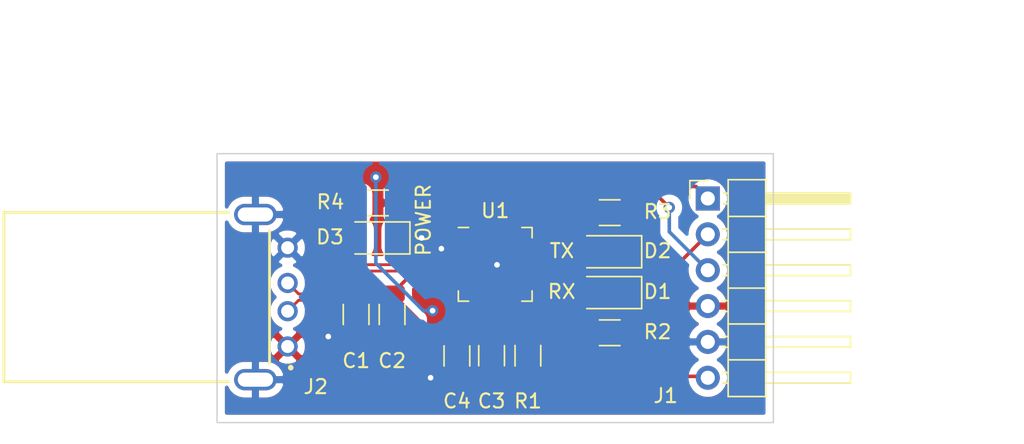
<source format=kicad_pcb>
(kicad_pcb (version 20211014) (generator pcbnew)
  (layers (0 "F.Cu" signal) (31 "B.Cu" signal) (34 "B.Paste" user) (35 "F.Paste" user) (36 "B.SilkS" user "B.Silkscreen") (37 "F.SilkS" user "F.Silkscreen") (38 "B.Mask" user) (39 "F.Mask" user) (44 "Edge.Cuts" user))
  (net 0 "")
  (net 1 "GND")
  (net 2 "/CP2102N-GQFN28/3V3")
  (net 3 "/CP2102N-GQFN28/+5V")
  (net 4 "Net-(D1-Pad1)")
  (net 5 "Net-(D2-Pad1)")
  (net 6 "Net-(D3-Pad2)")
  (net 7 "Net-(R1-Pad2)")
  (net 8 "/CP2102N-GQFN28/RXD")
  (net 9 "/CP2102N-GQFN28/TXD")
  (net 10 "/Alimentacion/D+")
  (net 11 "/Alimentacion/D-")
  (net 12 "/CP2102N-GQFN28/DTR")
  (footprint "Capacitor_SMD:C_1206_3216Metric" (layer "F.Cu") (at 144.46184 116.80278 90)
    (fp_text reference "C1" (at -3.27318 0 180) (layer "F.SilkS"))
    (fp_text value "0.1u")
    (fp_line (start -0.711252 0.91) (end 0.711252 0.91) (layer "F.SilkS") (width 0.12))
    (fp_line (start -0.711252 -0.91) (end 0.711252 -0.91) (layer "F.SilkS") (width 0.12))
    (pad "1" smd roundrect (at -1.475 0 90) (size 1.15 1.8) (layers "F.Cu" "F.Paste" "F.Mask") (roundrect_rratio 0.217391) (net 1 "GND"))
    (pad "2" smd roundrect (at 1.475 0 90) (size 1.15 1.8) (layers "F.Cu" "F.Paste" "F.Mask") (roundrect_rratio 0.217391) (net 2 "/CP2102N-GQFN28/3V3"))
  )
  (footprint "Capacitor_SMD:C_1206_3216Metric" (layer "F.Cu") (at 147.00684 116.80278 -90)
    (fp_text reference "C2" (at 3.27318 0 180) (layer "F.SilkS"))
    (fp_text value "4.7u")
    (fp_line (start -0.711252 0.91) (end 0.711252 0.91) (layer "F.SilkS") (width 0.12))
    (fp_line (start -0.711252 -0.91) (end 0.711252 -0.91) (layer "F.SilkS") (width 0.12))
    (pad "1" smd roundrect (at -1.475 0 270) (size 1.15 1.8) (layers "F.Cu" "F.Paste" "F.Mask") (roundrect_rratio 0.217391) (net 2 "/CP2102N-GQFN28/3V3"))
    (pad "2" smd roundrect (at 1.475 0 270) (size 1.15 1.8) (layers "F.Cu" "F.Paste" "F.Mask") (roundrect_rratio 0.217391) (net 1 "GND"))
  )
  (footprint "Connector_PinHeader_2.54mm:PinHeader_1x06_P2.54mm_Horizontal" (layer "F.Cu") (at 169.35 108.585)
    (fp_text reference "J1" (at -2.98 13.97) (layer "F.SilkS"))
    (fp_text value "Connectors")
    (fp_line (start 10.1 4.7) (end 10.1 5.46) (layer "F.SilkS") (width 0.12))
    (fp_line (start 4.1 14.03) (end 4.1 -1.33) (layer "F.SilkS") (width 0.12))
    (fp_line (start 4.1 12.32) (end 10.1 12.32) (layer "F.SilkS") (width 0.12))
    (fp_line (start 1.042929 9.78) (end 1.44 9.78) (layer "F.SilkS") (width 0.12))
    (fp_line (start 4.1 0.04) (end 10.1 0.04) (layer "F.SilkS") (width 0.12))
    (fp_line (start 4.1 9.78) (end 10.1 9.78) (layer "F.SilkS") (width 0.12))
    (fp_line (start 4.1 4.7) (end 10.1 4.7) (layer "F.SilkS") (width 0.12))
    (fp_line (start 10.1 -0.38) (end 10.1 0.38) (layer "F.SilkS") (width 0.12))
    (fp_line (start 4.1 -0.32) (end 10.1 -0.32) (layer "F.SilkS") (width 0.12))
    (fp_line (start 1.44 6.35) (end 4.1 6.35) (layer "F.SilkS") (width 0.12))
    (fp_line (start 1.44 11.43) (end 4.1 11.43) (layer "F.SilkS") (width 0.12))
    (fp_line (start 10.1 5.46) (end 4.1 5.46) (layer "F.SilkS") (width 0.12))
    (fp_line (start 10.1 9.78) (end 10.1 10.54) (layer "F.SilkS") (width 0.12))
    (fp_line (start 10.1 10.54) (end 4.1 10.54) (layer "F.SilkS") (width 0.12))
    (fp_line (start 4.1 -0.08) (end 10.1 -0.08) (layer "F.SilkS") (width 0.12))
    (fp_line (start 1.042929 2.16) (end 1.44 2.16) (layer "F.SilkS") (width 0.12))
    (fp_line (start 10.1 13.08) (end 4.1 13.08) (layer "F.SilkS") (width 0.12))
    (fp_line (start 4.1 -0.2) (end 10.1 -0.2) (layer "F.SilkS") (width 0.12))
    (fp_line (start 4.1 -0.38) (end 10.1 -0.38) (layer "F.SilkS") (width 0.12))
    (fp_line (start 1.11 -0.38) (end 1.44 -0.38) (layer "F.SilkS") (width 0.12))
    (fp_line (start 1.042929 7.24) (end 1.44 7.24) (layer "F.SilkS") (width 0.12))
    (fp_line (start 4.1 0.16) (end 10.1 0.16) (layer "F.SilkS") (width 0.12))
    (fp_line (start 1.44 3.81) (end 4.1 3.81) (layer "F.SilkS") (width 0.12))
    (fp_line (start 1.44 -1.33) (end 1.44 14.03) (layer "F.SilkS") (width 0.12))
    (fp_line (start 1.042929 12.32) (end 1.44 12.32) (layer "F.SilkS") (width 0.12))
    (fp_line (start 1.042929 13.08) (end 1.44 13.08) (layer "F.SilkS") (width 0.12))
    (fp_line (start 10.1 0.38) (end 4.1 0.38) (layer "F.SilkS") (width 0.12))
    (fp_line (start 10.1 12.32) (end 10.1 13.08) (layer "F.SilkS") (width 0.12))
    (fp_line (start -1.27 0) (end -1.27 -1.27) (layer "F.SilkS") (width 0.12))
    (fp_line (start 10.1 2.92) (end 4.1 2.92) (layer "F.SilkS") (width 0.12))
    (fp_line (start 1.042929 4.7) (end 1.44 4.7) (layer "F.SilkS") (width 0.12))
    (fp_line (start 1.042929 2.92) (end 1.44 2.92) (layer "F.SilkS") (width 0.12))
    (fp_line (start 4.1 -1.33) (end 1.44 -1.33) (layer "F.SilkS") (width 0.12))
    (fp_line (start 1.44 14.03) (end 4.1 14.03) (layer "F.SilkS") (width 0.12))
    (fp_line (start 1.11 0.38) (end 1.44 0.38) (layer "F.SilkS") (width 0.12))
    (fp_line (start 10.1 8) (end 4.1 8) (layer "F.SilkS") (width 0.12))
    (fp_line (start -1.27 -1.27) (end 0 -1.27) (layer "F.SilkS") (width 0.12))
    (fp_line (start 4.1 7.24) (end 10.1 7.24) (layer "F.SilkS") (width 0.12))
    (fp_line (start 10.1 7.24) (end 10.1 8) (layer "F.SilkS") (width 0.12))
    (fp_line (start 4.1 0.28) (end 10.1 0.28) (layer "F.SilkS") (width 0.12))
    (fp_line (start 1.44 1.27) (end 4.1 1.27) (layer "F.SilkS") (width 0.12))
    (fp_line (start 4.1 2.16) (end 10.1 2.16) (layer "F.SilkS") (width 0.12))
    (fp_line (start 1.042929 5.46) (end 1.44 5.46) (layer "F.SilkS") (width 0.12))
    (fp_line (start 1.042929 10.54) (end 1.44 10.54) (layer "F.SilkS") (width 0.12))
    (fp_line (start 10.1 2.16) (end 10.1 2.92) (layer "F.SilkS") (width 0.12))
    (fp_line (start 1.44 8.89) (end 4.1 8.89) (layer "F.SilkS") (width 0.12))
    (fp_line (start 1.042929 8) (end 1.44 8) (layer "F.SilkS") (width 0.12))
    (pad "1" thru_hole rect (at 0 0) (size 1.7 1.7) (drill 1) (layers *.Cu *.Mask) (net 12 "/CP2102N-GQFN28/DTR"))
    (pad "2" thru_hole oval (at 0 2.54) (size 1.7 1.7) (drill 1) (layers *.Cu *.Mask) (net 8 "/CP2102N-GQFN28/RXD"))
    (pad "3" thru_hole oval (at 0 5.08) (size 1.7 1.7) (drill 1) (layers *.Cu *.Mask) (net 9 "/CP2102N-GQFN28/TXD"))
    (pad "4" thru_hole oval (at 0 7.62) (size 1.7 1.7) (drill 1) (layers *.Cu *.Mask) (net 3 "/CP2102N-GQFN28/+5V"))
    (pad "5" thru_hole oval (at 0 10.16) (size 1.7 1.7) (drill 1) (layers *.Cu *.Mask) (net 1 "GND"))
    (pad "6" thru_hole oval (at 0 12.7) (size 1.7 1.7) (drill 1) (layers *.Cu *.Mask) (net 2 "/CP2102N-GQFN28/3V3"))
  )
  (footprint "USB to UART:CONECTOR USB" (layer "F.Cu") (at 137.33526 115.57 -90)
    (fp_text reference "J2" (at 6.35 -4.26974 180) (layer "F.SilkS"))
    (fp_text value "USB_A")
    (fp_line (start -4.7 -1) (end 4.7 -1) (layer "F.SilkS") (width 0.2))
    (fp_line (start -6 17.8) (end -6 1.9) (layer "F.SilkS") (width 0.2))
    (fp_line (start 6 1.9) (end 6 17.8) (layer "F.SilkS") (width 0.2))
    (fp_line (start 6 17.8) (end -6 17.8) (layer "F.SilkS") (width 0.2))
    (fp_circle (center 5 -2.5) (end 5.1 -2.5) (layer "F.SilkS") (width 0.2) (fill none))
    (pad "1" thru_hole circle locked (at 3.5 -2.28 270) (size 1.428 1.428) (drill 0.92) (layers *.Cu *.Mask) (net 3 "/CP2102N-GQFN28/+5V"))
    (pad "2" thru_hole circle locked (at 1 -2.28 270) (size 1.428 1.428) (drill 0.92) (layers *.Cu *.Mask) (net 11 "/Alimentacion/D-"))
    (pad "3" thru_hole circle locked (at -1 -2.28 270) (size 1.428 1.428) (drill 0.92) (layers *.Cu *.Mask) (net 10 "/Alimentacion/D+"))
    (pad "4" thru_hole circle locked (at -3.5 -2.28 270) (size 1.428 1.428) (drill 0.92) (layers *.Cu *.Mask) (net 1 "GND"))
    (pad "5" thru_hole oval locked (at 5.85 0 270) (size 1.508 3.016) (drill oval 1 2.5) (layers *.Cu *.Mask) (net 1 "GND"))
    (pad "5" thru_hole oval locked (at -5.85 0 270) (size 1.508 3.016) (drill oval 1 2.5) (layers *.Cu *.Mask) (net 1 "GND"))
  )
  (footprint "Resistor_SMD:R_1206_3216Metric" (layer "F.Cu") (at 146.005 108.899 180)
    (fp_text reference "R4" (at 3.3625 0.0675) (layer "F.SilkS"))
    (fp_text value "220")
    (fp_line (start -0.727064 -0.91) (end 0.727064 -0.91) (layer "F.SilkS") (width 0.12))
    (fp_line (start -0.727064 0.91) (end 0.727064 0.91) (layer "F.SilkS") (width 0.12))
    (pad "1" smd roundrect (at -1.4625 0 180) (size 1.125 1.75) (layers "F.Cu" "F.Paste" "F.Mask") (roundrect_rratio 0.222222) (net 3 "/CP2102N-GQFN28/+5V"))
    (pad "2" smd roundrect (at 1.4625 0 180) (size 1.125 1.75) (layers "F.Cu" "F.Paste" "F.Mask") (roundrect_rratio 0.222222) (net 6 "Net-(D3-Pad2)"))
  )
  (footprint "LED_SMD:LED_1206_3216Metric" (layer "F.Cu") (at 145.985 111.379 180)
    (fp_text reference "D3" (at 3.375 0.0675) (layer "F.SilkS"))
    (fp_text value "LED_POWER")
    (fp_line (start -2.285 -1.135) (end -2.285 1.135) (layer "F.SilkS") (width 0.12))
    (fp_line (start 1.6 -1.135) (end -2.285 -1.135) (layer "F.SilkS") (width 0.12))
    (fp_line (start -2.285 1.135) (end 1.6 1.135) (layer "F.SilkS") (width 0.12))
    (pad "1" smd roundrect (at -1.4 0 180) (size 1.25 1.75) (layers "F.Cu" "F.Paste" "F.Mask") (roundrect_rratio 0.2) (net 1 "GND"))
    (pad "2" smd roundrect (at 1.4 0 180) (size 1.25 1.75) (layers "F.Cu" "F.Paste" "F.Mask") (roundrect_rratio 0.2) (net 6 "Net-(D3-Pad2)"))
  )
  (footprint "Capacitor_SMD:C_1206_3216Metric" (layer "F.Cu") (at 154.04846 119.72108 90)
    (fp_text reference "C3" (at -3.21492 0 180) (layer "F.SilkS"))
    (fp_text value "4.7u")
    (fp_line (start -0.711252 -0.91) (end 0.711252 -0.91) (layer "F.SilkS") (width 0.12))
    (fp_line (start -0.711252 0.91) (end 0.711252 0.91) (layer "F.SilkS") (width 0.12))
    (pad "1" smd roundrect (at -1.475 0 90) (size 1.15 1.8) (layers "F.Cu" "F.Paste" "F.Mask") (roundrect_rratio 0.217391) (net 1 "GND"))
    (pad "2" smd roundrect (at 1.475 0 90) (size 1.15 1.8) (layers "F.Cu" "F.Paste" "F.Mask") (roundrect_rratio 0.217391) (net 3 "/CP2102N-GQFN28/+5V"))
  )
  (footprint "Capacitor_SMD:C_1206_3216Metric" (layer "F.Cu") (at 151.59482 119.73814 -90)
    (fp_text reference "C4" (at 3.19786 0 180) (layer "F.SilkS"))
    (fp_text value "0.1u")
    (fp_line (start -0.711252 0.91) (end 0.711252 0.91) (layer "F.SilkS") (width 0.12))
    (fp_line (start -0.711252 -0.91) (end 0.711252 -0.91) (layer "F.SilkS") (width 0.12))
    (pad "1" smd roundrect (at -1.475 0 270) (size 1.15 1.8) (layers "F.Cu" "F.Paste" "F.Mask") (roundrect_rratio 0.217391) (net 3 "/CP2102N-GQFN28/+5V"))
    (pad "2" smd roundrect (at 1.475 0 270) (size 1.15 1.8) (layers "F.Cu" "F.Paste" "F.Mask") (roundrect_rratio 0.217391) (net 1 "GND"))
  )
  (footprint "Resistor_SMD:R_1206_3216Metric" (layer "F.Cu") (at 156.61894 119.7229 90)
    (fp_text reference "R1" (at -3.2131 0 180) (layer "F.SilkS"))
    (fp_text value "1k")
    (fp_line (start -0.727064 -0.91) (end 0.727064 -0.91) (layer "F.SilkS") (width 0.12))
    (fp_line (start -0.727064 0.91) (end 0.727064 0.91) (layer "F.SilkS") (width 0.12))
    (pad "1" smd roundrect (at -1.4625 0 90) (size 1.125 1.75) (layers "F.Cu" "F.Paste" "F.Mask") (roundrect_rratio 0.222222) (net 2 "/CP2102N-GQFN28/3V3"))
    (pad "2" smd roundrect (at 1.4625 0 90) (size 1.125 1.75) (layers "F.Cu" "F.Paste" "F.Mask") (roundrect_rratio 0.222222) (net 7 "Net-(R1-Pad2)"))
  )
  (footprint "Package_DFN_QFN:QFN-28-1EP_5x5mm_P0.5mm_EP3.35x3.35mm" (layer "F.Cu") (at 154.305 113.25)
    (fp_text reference "U1" (at 0 -3.8) (layer "F.SilkS"))
    (fp_text value "CP2102N-A01-GQFN28")
    (fp_line (start 1.885 2.61) (end 2.61 2.61) (layer "F.SilkS") (width 0.12))
    (fp_line (start -2.61 2.61) (end -2.61 1.885) (layer "F.SilkS") (width 0.12))
    (fp_line (start 1.885 -2.61) (end 2.61 -2.61) (layer "F.SilkS") (width 0.12))
    (fp_line (start 2.61 2.61) (end 2.61 1.885) (layer "F.SilkS") (width 0.12))
    (fp_line (start -1.885 -2.61) (end -2.61 -2.61) (layer "F.SilkS") (width 0.12))
    (fp_line (start -1.885 2.61) (end -2.61 2.61) (layer "F.SilkS") (width 0.12))
    (fp_line (start 2.61 -2.61) (end 2.61 -1.885) (layer "F.SilkS") (width 0.12))
    (pad "1" smd roundrect (at -2.45 -1.5) (size 0.8 0.25) (layers "F.Cu" "F.Paste" "F.Mask"))
    (pad "2" smd roundrect (at -2.45 -1) (size 0.8 0.25) (layers "F.Cu" "F.Paste" "F.Mask"))
    (pad "3" smd roundrect (at -2.45 -0.5) (size 0.8 0.25) (layers "F.Cu" "F.Paste" "F.Mask") (net 1 "GND"))
    (pad "4" smd roundrect (at -2.45 0) (size 0.8 0.25) (layers "F.Cu" "F.Paste" "F.Mask") (net 10 "/Alimentacion/D+"))
    (pad "5" smd roundrect (at -2.45 0.5) (size 0.8 0.25) (layers "F.Cu" "F.Paste" "F.Mask") (net 11 "/Alimentacion/D-"))
    (pad "6" smd roundrect (at -2.45 1) (size 0.8 0.25) (layers "F.Cu" "F.Paste" "F.Mask") (net 2 "/CP2102N-GQFN28/3V3"))
    (pad "7" smd roundrect (at -2.45 1.5) (size 0.8 0.25) (layers "F.Cu" "F.Paste" "F.Mask") (net 3 "/CP2102N-GQFN28/+5V"))
    (pad "8" smd roundrect (at -1.5 2.45) (size 0.25 0.8) (layers "F.Cu" "F.Paste" "F.Mask") (net 3 "/CP2102N-GQFN28/+5V"))
    (pad "9" smd roundrect (at -1 2.45) (size 0.25 0.8) (layers "F.Cu" "F.Paste" "F.Mask") (net 7 "Net-(R1-Pad2)"))
    (pad "10" smd roundrect (at -0.5 2.45) (size 0.25 0.8) (layers "F.Cu" "F.Paste" "F.Mask"))
    (pad "11" smd roundrect (at 0 2.45) (size 0.25 0.8) (layers "F.Cu" "F.Paste" "F.Mask"))
    (pad "12" smd roundrect (at 0.5 2.45) (size 0.25 0.8) (layers "F.Cu" "F.Paste" "F.Mask"))
    (pad "13" smd roundrect (at 1 2.45) (size 0.25 0.8) (layers "F.Cu" "F.Paste" "F.Mask"))
    (pad "14" smd roundrect (at 1.5 2.45) (size 0.25 0.8) (layers "F.Cu" "F.Paste" "F.Mask"))
    (pad "15" smd roundrect (at 2.45 1.5) (size 0.8 0.25) (layers "F.Cu" "F.Paste" "F.Mask"))
    (pad "16" smd roundrect (at 2.45 1) (size 0.8 0.25) (layers "F.Cu" "F.Paste" "F.Mask"))
    (pad "17" smd roundrect (at 2.45 0.5) (size 0.8 0.25) (layers "F.Cu" "F.Paste" "F.Mask"))
    (pad "18" smd roundrect (at 2.45 0) (size 0.8 0.25) (layers "F.Cu" "F.Paste" "F.Mask"))
    (pad "19" smd roundrect (at 2.45 -0.5) (size 0.8 0.25) (layers "F.Cu" "F.Paste" "F.Mask"))
    (pad "20" smd roundrect (at 2.45 -1) (size 0.8 0.25) (layers "F.Cu" "F.Paste" "F.Mask"))
    (pad "21" smd roundrect (at 2.45 -1.5) (size 0.8 0.25) (layers "F.Cu" "F.Paste" "F.Mask"))
    (pad "22" smd roundrect (at 1.5 -2.45) (size 0.25 0.8) (layers "F.Cu" "F.Paste" "F.Mask"))
    (pad "23" smd roundrect (at 1 -2.45) (size 0.25 0.8) (layers "F.Cu" "F.Paste" "F.Mask"))
    (pad "24" smd roundrect (at 0.5 -2.45) (size 0.25 0.8) (layers "F.Cu" "F.Paste" "F.Mask"))
    (pad "25" smd roundrect (at 0 -2.45) (size 0.25 0.8) (layers "F.Cu" "F.Paste" "F.Mask") (net 8 "/CP2102N-GQFN28/RXD"))
    (pad "26" smd roundrect (at -0.5 -2.45) (size 0.25 0.8) (layers "F.Cu" "F.Paste" "F.Mask") (net 9 "/CP2102N-GQFN28/TXD"))
    (pad "27" smd roundrect (at -1 -2.45) (size 0.25 0.8) (layers "F.Cu" "F.Paste" "F.Mask"))
    (pad "28" smd roundrect (at -1.5 -2.45) (size 0.25 0.8) (layers "F.Cu" "F.Paste" "F.Mask") (net 12 "/CP2102N-GQFN28/DTR"))
    (pad "29" smd rect (at 0 0) (size 3.35 3.35) (layers "F.Cu" "F.Mask") (net 1 "GND"))
  )
  (footprint "Resistor_SMD:R_1206_3216Metric" (layer "F.Cu") (at 162.4076 118.0973 180)
    (fp_text reference "R2" (at -3.385 0.0675) (layer "F.SilkS"))
    (fp_text value "220")
    (fp_line (start -0.727064 -0.91) (end 0.727064 -0.91) (layer "F.SilkS") (width 0.12))
    (fp_line (start -0.727064 0.91) (end 0.727064 0.91) (layer "F.SilkS") (width 0.12))
    (pad "1" smd roundrect (at -1.4625 0 180) (size 1.125 1.75) (layers "F.Cu" "F.Paste" "F.Mask") (roundrect_rratio 0.222222) (net 4 "Net-(D1-Pad1)"))
    (pad "2" smd roundrect (at 1.4625 0 180) (size 1.125 1.75) (layers "F.Cu" "F.Paste" "F.Mask") (roundrect_rratio 0.222222) (net 8 "/CP2102N-GQFN28/RXD"))
  )
  (footprint "LED_SMD:LED_1206_3216Metric" (layer "F.Cu") (at 162.3876 112.35944 180)
    (fp_text reference "D2" (at -3.405 0.0675) (layer "F.SilkS"))
    (fp_text value "LED_TX")
    (fp_line (start -2.285 -1.135) (end -2.285 1.135) (layer "F.SilkS") (width 0.12))
    (fp_line (start 1.6 -1.135) (end -2.285 -1.135) (layer "F.SilkS") (width 0.12))
    (fp_line (start -2.285 1.135) (end 1.6 1.135) (layer "F.SilkS") (width 0.12))
    (pad "1" smd roundrect (at -1.4 0 180) (size 1.25 1.75) (layers "F.Cu" "F.Paste" "F.Mask") (roundrect_rratio 0.2) (net 5 "Net-(D2-Pad1)"))
    (pad "2" smd roundrect (at 1.4 0 180) (size 1.25 1.75) (layers "F.Cu" "F.Paste" "F.Mask") (roundrect_rratio 0.2) (net 3 "/CP2102N-GQFN28/+5V"))
  )
  (footprint "Resistor_SMD:R_1206_3216Metric" (layer "F.Cu") (at 162.4076 109.5883 180)
    (fp_text reference "R3" (at -3.385 0.0675) (layer "F.SilkS"))
    (fp_text value "220")
    (fp_line (start -0.727064 -0.91) (end 0.727064 -0.91) (layer "F.SilkS") (width 0.12))
    (fp_line (start -0.727064 0.91) (end 0.727064 0.91) (layer "F.SilkS") (width 0.12))
    (pad "1" smd roundrect (at -1.4625 0 180) (size 1.125 1.75) (layers "F.Cu" "F.Paste" "F.Mask") (roundrect_rratio 0.222222) (net 5 "Net-(D2-Pad1)"))
    (pad "2" smd roundrect (at 1.4625 0 180) (size 1.125 1.75) (layers "F.Cu" "F.Paste" "F.Mask") (roundrect_rratio 0.222222) (net 9 "/CP2102N-GQFN28/TXD"))
  )
  (footprint "LED_SMD:LED_1206_3216Metric" (layer "F.Cu") (at 162.3876 115.24996 180)
    (fp_text reference "D1" (at -3.405 0.0675) (layer "F.SilkS"))
    (fp_text value "LED_RX")
    (fp_line (start 1.6 -1.135) (end -2.285 -1.135) (layer "F.SilkS") (width 0.12))
    (fp_line (start -2.285 1.135) (end 1.6 1.135) (layer "F.SilkS") (width 0.12))
    (fp_line (start -2.285 -1.135) (end -2.285 1.135) (layer "F.SilkS") (width 0.12))
    (pad "1" smd roundrect (at -1.4 0 180) (size 1.25 1.75) (layers "F.Cu" "F.Paste" "F.Mask") (roundrect_rratio 0.2) (net 4 "Net-(D1-Pad1)"))
    (pad "2" smd roundrect (at 1.4 0 180) (size 1.25 1.75) (layers "F.Cu" "F.Paste" "F.Mask") (roundrect_rratio 0.2) (net 3 "/CP2102N-GQFN28/+5V"))
  )
  (gr_line (start 134.62 105.41) (end 173.99 105.41) (layer "Edge.Cuts") (width 0.1))
  (gr_line (start 173.99 124.46) (end 134.62 124.46) (layer "Edge.Cuts") (width 0.1))
  (gr_line (start 134.62 124.46) (end 134.62 105.41) (layer "Edge.Cuts") (width 0.1))
  (gr_line (start 173.99 105.41) (end 173.99 124.46) (layer "Edge.Cuts") (width 0.1))
  (gr_text "POWER" (at 149.225 110.109 90) (layer "F.SilkS") (effects (font (size 1 1))))
  (gr_text "RX" (at 159.004 115.18246) (layer "F.SilkS") (effects (font (size 1 1))))
  (gr_text "TX" (at 159.0294 112.29194) (layer "F.SilkS") (effects (font (size 1 1))))
  (segment (start 144.46184 118.27778) (end 142.58022 118.27778) (width 0.254) (layer "F.Cu") (net 1))
  (segment (start 149.80486 121.21314) (end 149.733 121.285) (width 0.254) (layer "F.Cu") (net 1))
  (segment (start 154.0314 121.21314) (end 154.04846 121.19608) (width 0.254) (layer "F.Cu") (net 1))
  (segment (start 154.398 113.25) (end 154.432 113.284) (width 0.254) (layer "F.Cu") (net 1))
  (segment (start 154.305 113.25) (end 154.398 113.25) (width 0.254) (layer "F.Cu") (net 1))
  (segment (start 144.46184 118.27778) (end 147.00684 118.27778) (width 0.254) (layer "F.Cu") (net 1))
  (segment (start 151.59482 121.21314) (end 149.80486 121.21314) (width 0.254) (layer "F.Cu") (net 1))
  (segment (start 151.59482 121.21314) (end 154.0314 121.21314) (width 0.254) (layer "F.Cu") (net 1))
  (segment (start 151.855 112.75) (end 151.104 112.75) (width 0.254) (layer "F.Cu") (net 1))
  (segment (start 142.58022 118.27778) (end 142.494 118.364) (width 0.254) (layer "F.Cu") (net 1))
  (segment (start 147.385 111.379) (end 149.098 111.379) (width 0.254) (layer "F.Cu") (net 1))
  (segment (start 151.104 112.75) (end 150.495 112.141) (width 0.254) (layer "F.Cu") (net 1))
  (via (at 142.494 118.364) (size 0.8) (drill 0.4) (layers "F.Cu" "B.Cu") (net 1))
  (via (at 149.733 121.285) (size 0.8) (drill 0.4) (layers "F.Cu" "B.Cu") (net 1))
  (via (at 149.098 111.379) (size 0.8) (drill 0.4) (layers "F.Cu" "B.Cu") (net 1))
  (via (at 150.495 112.141) (size 0.8) (drill 0.4) (layers "F.Cu" "B.Cu") (net 1))
  (via (at 154.432 113.284) (size 0.8) (drill 0.4) (layers "F.Cu" "B.Cu") (net 1))
  (segment (start 155.06754 119.634) (end 150.114 119.634) (width 0.254) (layer "F.Cu") (net 2))
  (segment (start 148.844 118.364) (end 148.844 117.16494) (width 0.254) (layer "F.Cu") (net 2))
  (segment (start 156.61894 121.1854) (end 169.2504 121.1854) (width 0.254) (layer "F.Cu") (net 2))
  (segment (start 151.855 114.25) (end 148.08462 114.25) (width 0.254) (layer "F.Cu") (net 2))
  (segment (start 148.844 117.16494) (end 147.00684 115.32778) (width 0.254) (layer "F.Cu") (net 2))
  (segment (start 150.114 119.634) (end 148.844 118.364) (width 0.254) (layer "F.Cu") (net 2))
  (segment (start 148.08462 114.25) (end 147.00684 115.32778) (width 0.254) (layer "F.Cu") (net 2))
  (segment (start 156.61894 121.1854) (end 155.06754 119.634) (width 0.254) (layer "F.Cu") (net 2))
  (segment (start 144.46184 115.32778) (end 147.00684 115.32778) (width 0.254) (layer "F.Cu") (net 2))
  (segment (start 154.04846 118.24608) (end 152.805 117.00262) (width 0.254) (layer "F.Cu") (net 3))
  (segment (start 151.855 114.75) (end 152.805 115.7) (width 0.254) (layer "F.Cu") (net 3))
  (segment (start 147.4675 108.899) (end 147.4675 108.6817) (width 0.254) (layer "F.Cu") (net 3))
  (segment (start 152.805 117.00262) (end 152.805 115.7) (width 0.254) (layer "F.Cu") (net 3))
  (segment (start 149.8727 116.54102) (end 151.59482 118.26314) (width 0.254) (layer "F.Cu") (net 3))
  (segment (start 149.8727 116.5352) (end 149.8727 116.54102) (width 0.254) (layer "F.Cu") (net 3))
  (segment (start 147.4675 108.6817) (end 145.8595 107.0737) (width 0.254) (layer "F.Cu") (net 3))
  (via (at 149.8727 116.5352) (size 0.8) (drill 0.4) (layers "F.Cu" "B.Cu") (net 3))
  (via (at 145.8595 107.0737) (size 0.8) (drill 0.4) (layers "F.Cu" "B.Cu") (net 3))
  (segment (start 149.225 116.5352) (end 149.8727 116.5352) (width 0.254) (layer "B.Cu") (net 3))
  (segment (start 145.8595 107.0737) (end 145.8595 113.1697) (width 0.254) (layer "B.Cu") (net 3))
  (segment (start 145.8595 113.1697) (end 149.225 116.5352) (width 0.254) (layer "B.Cu") (net 3))
  (segment (start 163.7876 115.24996) (end 163.7876 118.0148) (width 0.254) (layer "F.Cu") (net 4))
  (segment (start 163.8701 109.5883) (end 163.8701 112.27694) (width 0.254) (layer "F.Cu") (net 5))
  (segment (start 144.5425 108.899) (end 144.5425 111.3365) (width 0.254) (layer "F.Cu") (net 6))
  (segment (start 153.305 116.150852) (end 153.994148 116.84) (width 0.254) (layer "F.Cu") (net 7))
  (segment (start 153.305 115.7) (end 153.305 116.150852) (width 0.254) (layer "F.Cu") (net 7))
  (segment (start 155.19854 116.84) (end 156.61894 118.2604) (width 0.254) (layer "F.Cu") (net 7))
  (segment (start 153.994148 116.84) (end 155.19854 116.84) (width 0.254) (layer "F.Cu") (net 7))
  (segment (start 154.305 110.349148) (end 154.581158 110.07299) (width 0.254) (layer "F.Cu") (net 8))
  (segment (start 162.433 111.379) (end 162.052 110.998) (width 0.254) (layer "F.Cu") (net 8))
  (segment (start 158.71399 110.07299) (end 159.639 110.998) (width 0.254) (layer "F.Cu") (net 8))
  (segment (start 154.305 110.8) (end 154.305 110.349148) (width 0.254) (layer "F.Cu") (net 8))
  (segment (start 159.639 110.998) (end 162.052 110.998) (width 0.254) (layer "F.Cu") (net 8))
  (segment (start 162.814 113.792) (end 162.433 113.411) (width 0.254) (layer "F.Cu") (net 8))
  (segment (start 169.35 111.125) (end 166.683 113.792) (width 0.254) (layer "F.Cu") (net 8))
  (segment (start 162.433 116.6094) (end 162.433 113.411) (width 0.254) (layer "F.Cu") (net 8))
  (segment (start 162.433 113.411) (end 162.433 111.379) (width 0.254) (layer "F.Cu") (net 8))
  (segment (start 160.9451 118.0973) (end 162.433 116.6094) (width 0.254) (layer "F.Cu") (net 8))
  (segment (start 154.581158 110.07299) (end 158.71399 110.07299) (width 0.254) (layer "F.Cu") (net 8))
  (segment (start 166.683 113.792) (end 162.814 113.792) (width 0.254) (layer "F.Cu") (net 8))
  (segment (start 154.423782 109.5883) (end 160.9451 109.5883) (width 0.254) (layer "F.Cu") (net 9))
  (segment (start 162.14711 108.38629) (end 165.79029 108.38629) (width 0.254) (layer "F.Cu") (net 9))
  (segment (start 165.79029 108.38629) (end 166.624 109.22) (width 0.254) (layer "F.Cu") (net 9))
  (segment (start 153.805 110.8) (end 153.805 110.207082) (width 0.254) (layer "F.Cu") (net 9))
  (segment (start 153.805 110.207082) (end 154.423782 109.5883) (width 0.254) (layer "F.Cu") (net 9))
  (segment (start 160.9451 109.5883) (end 162.14711 108.38629) (width 0.254) (layer "F.Cu") (net 9))
  (via (at 166.624 109.22) (size 0.8) (drill 0.4) (layers "F.Cu" "B.Cu") (net 9))
  (segment (start 166.624 110.939) (end 169.35 113.665) (width 0.254) (layer "B.Cu") (net 9))
  (segment (start 166.624 109.22) (end 166.624 110.939) (width 0.254) (layer "B.Cu") (net 9))
  (segment (start 139.61526 114.57) (end 140.39026 115.345) (width 0.2) (layer "F.Cu") (net 10))
  (segment (start 143.5818 113.275) (end 151.83 113.275) (width 0.2) (layer "F.Cu") (net 10))
  (segment (start 141.5118 115.345) (end 143.5818 113.275) (width 0.2) (layer "F.Cu") (net 10))
  (segment (start 140.39026 115.345) (end 141.5118 115.345) (width 0.2) (layer "F.Cu") (net 10))
  (segment (start 141.6982 115.795) (end 143.7682 113.725) (width 0.2) (layer "F.Cu") (net 11))
  (segment (start 143.7682 113.725) (end 151.83 113.725) (width 0.2) (layer "F.Cu") (net 11))
  (segment (start 140.39026 115.795) (end 141.6982 115.795) (width 0.2) (layer "F.Cu") (net 11))
  (segment (start 139.61526 116.57) (end 140.39026 115.795) (width 0.2) (layer "F.Cu") (net 11))
  (segment (start 152.805 110.349148) (end 152.805 110.8) (width 0.254) (layer "F.Cu") (net 12))
  (segment (start 169.35 108.585) (end 168.500001 107.735001) (width 0.254) (layer "F.Cu") (net 12))
  (segment (start 168.500001 107.735001) (end 155.419147 107.735001) (width 0.254) (layer "F.Cu") (net 12))
  (segment (start 155.419147 107.735001) (end 152.805 110.349148) (width 0.254) (layer "F.Cu") (net 12))
  (zone (net 3) (net_name "/CP2102N-GQFN28/+5V") (layer "F.Cu") (connect_pads (clearance 0.508)) (min_thickness 0.254) (fill yes (thermal_gap 0.508) (thermal_bridge_width 0.508))
    (polygon (pts (xy 173.99 124.46) (xy 134.62 124.46) (xy 134.62 105.41) (xy 173.99 105.41)))
  )
  (zone (net 1) (net_name "GND") (layer "B.Cu") (connect_pads (clearance 0.508)) (min_thickness 0.254) (fill yes (thermal_gap 0.508) (thermal_bridge_width 0.508))
    (polygon (pts (xy 173.99 124.46) (xy 134.62 124.46) (xy 134.62 105.41) (xy 173.99 105.41)))
  )
)
</source>
